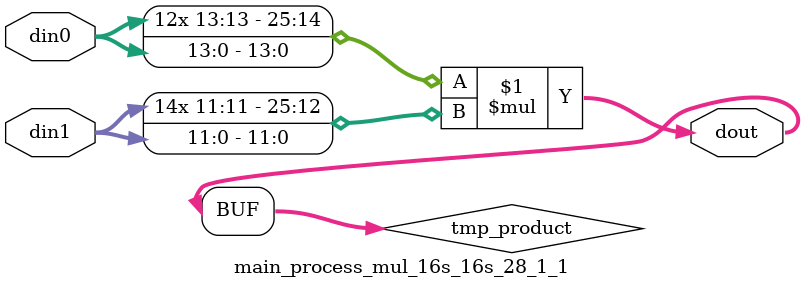
<source format=v>

`timescale 1 ns / 1 ps

 module main_process_mul_16s_16s_28_1_1(din0, din1, dout);
parameter ID = 1;
parameter NUM_STAGE = 0;
parameter din0_WIDTH = 14;
parameter din1_WIDTH = 12;
parameter dout_WIDTH = 26;

input [din0_WIDTH - 1 : 0] din0; 
input [din1_WIDTH - 1 : 0] din1; 
output [dout_WIDTH - 1 : 0] dout;

wire signed [dout_WIDTH - 1 : 0] tmp_product;



























assign tmp_product = $signed(din0) * $signed(din1);








assign dout = tmp_product;





















endmodule

</source>
